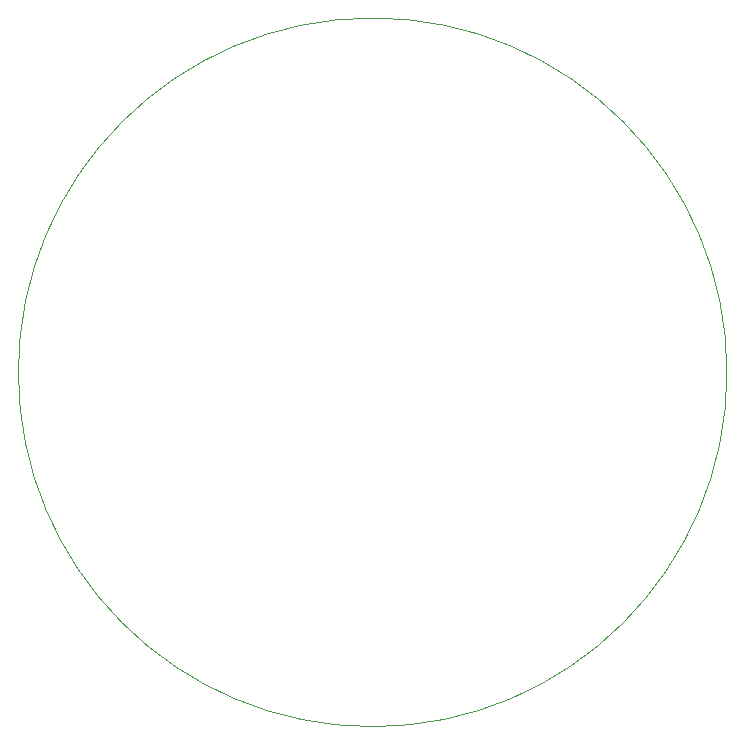
<source format=gbr>
%TF.GenerationSoftware,KiCad,Pcbnew,7.0.9*%
%TF.CreationDate,2025-05-13T13:00:26+05:30*%
%TF.ProjectId,Kicad Tutorial,4b696361-6420-4547-9574-6f7269616c2e,1*%
%TF.SameCoordinates,Original*%
%TF.FileFunction,Profile,NP*%
%FSLAX46Y46*%
G04 Gerber Fmt 4.6, Leading zero omitted, Abs format (unit mm)*
G04 Created by KiCad (PCBNEW 7.0.9) date 2025-05-13 13:00:26*
%MOMM*%
%LPD*%
G01*
G04 APERTURE LIST*
%TA.AperFunction,Profile*%
%ADD10C,0.100000*%
%TD*%
G04 APERTURE END LIST*
D10*
X182400000Y-101600000D02*
G75*
G03*
X182400000Y-101600000I-30000000J0D01*
G01*
M02*

</source>
